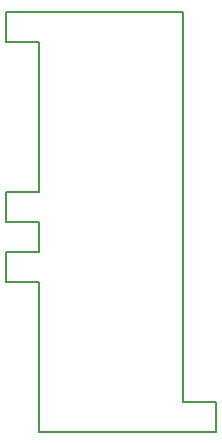
<source format=gbr>
G04 #@! TF.FileFunction,Profile,NP*
%FSLAX46Y46*%
G04 Gerber Fmt 4.6, Leading zero omitted, Abs format (unit mm)*
G04 Created by KiCad (PCBNEW 4.0.4-stable) date Mon Feb  6 12:29:51 2017*
%MOMM*%
%LPD*%
G01*
G04 APERTURE LIST*
%ADD10C,0.100000*%
%ADD11C,0.150000*%
G04 APERTURE END LIST*
D10*
D11*
X119634000Y-93980000D02*
X119380000Y-93980000D01*
X119634000Y-106680000D02*
X119126000Y-106680000D01*
X119634000Y-109220000D02*
X119380000Y-109220000D01*
X119634000Y-111760000D02*
X119380000Y-111760000D01*
X119634000Y-114300000D02*
X119380000Y-114300000D01*
X134620000Y-127000000D02*
X119634000Y-127000000D01*
X134620000Y-127000000D02*
X134620000Y-124460000D01*
X119634000Y-114300000D02*
X119634000Y-127000000D01*
X116840000Y-114300000D02*
X119380000Y-114300000D01*
X116840000Y-111760000D02*
X116840000Y-114300000D01*
X119380000Y-111760000D02*
X116840000Y-111760000D01*
X119634000Y-109220000D02*
X119634000Y-111760000D01*
X116840000Y-109220000D02*
X119380000Y-109220000D01*
X116840000Y-106680000D02*
X116840000Y-109220000D01*
X119380000Y-106680000D02*
X116840000Y-106680000D01*
X119634000Y-93980000D02*
X119634000Y-106680000D01*
X116840000Y-93980000D02*
X119380000Y-93980000D01*
X116840000Y-91440000D02*
X116840000Y-93980000D01*
X131826000Y-91440000D02*
X116840000Y-91440000D01*
X131826000Y-124460000D02*
X131826000Y-91440000D01*
X134620000Y-124460000D02*
X131826000Y-124460000D01*
M02*

</source>
